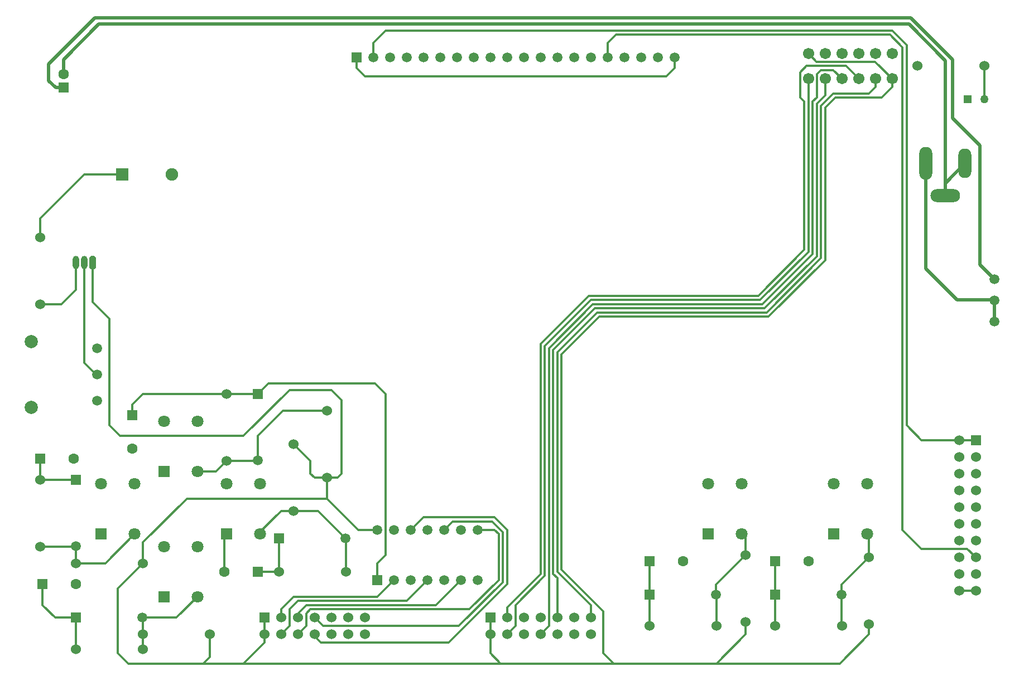
<source format=gbr>
G04 DipTrace 2.4.0.2*
%INTop.gbr*%
%MOIN*%
%ADD13C,0.013*%
%ADD14C,0.02*%
%ADD16R,0.0709X0.0709*%
%ADD17C,0.0709*%
%ADD18C,0.063*%
%ADD19R,0.063X0.063*%
%ADD20C,0.06*%
%ADD21C,0.06*%
%ADD22R,0.0591X0.0591*%
%ADD23C,0.0591*%
%ADD24C,0.05*%
%ADD25R,0.05X0.05*%
%ADD26R,0.06X0.06*%
%ADD27O,0.0394X0.0787*%
%ADD28C,0.067*%
%ADD29O,0.0787X0.1969*%
%ADD30O,0.0787X0.1772*%
%ADD31O,0.1772X0.0787*%
%ADD32C,0.063*%
%ADD33C,0.0787*%
%ADD35R,0.0748X0.0748*%
%ADD36C,0.0748*%
%FSLAX44Y44*%
G04*
G70*
G90*
G75*
G01*
%LNTop*%
%LPD*%
X15000Y3500D2*
D13*
Y2500D1*
Y2000D1*
X13750Y750D1*
X11349D1*
X6875D1*
X6250Y1375D1*
Y5250D1*
X7750Y6750D1*
X28500Y2500D2*
Y3500D1*
X21750Y8750D2*
X20625D1*
X18750Y10625D1*
Y11875D1*
X18000D1*
X17750Y12125D1*
Y12875D1*
X16750Y13875D1*
X18750Y11875D2*
D3*
X28500Y2500D2*
Y1375D1*
X29125Y750D1*
X35875D1*
X42000D1*
X43750Y2500D1*
Y3250D1*
X51125Y3125D2*
Y2500D1*
X49375Y750D1*
X42000D1*
X13750D2*
X29125D1*
X4750Y24750D2*
Y22375D1*
X5750Y21375D1*
Y15000D1*
X6375Y14375D1*
X13750D1*
X16500Y17125D1*
X19000D1*
X19625Y16500D1*
Y12125D1*
X19375Y11875D1*
X18750D1*
X52500Y35740D2*
Y35250D1*
X51875Y34625D1*
X49125D1*
X48500Y34000D1*
Y24875D1*
X45125Y21500D1*
X35000D1*
X32750Y19250D1*
Y6375D1*
X35250Y3875D1*
Y1375D1*
X35875Y750D1*
X47500Y37240D2*
X47990Y36750D1*
X51490D1*
X52500Y35740D1*
X11750Y2500D2*
Y1151D1*
X11349Y750D1*
X7750Y6750D2*
Y8000D1*
X10375Y10625D1*
X18750D1*
X18000Y3500D2*
X18500Y3000D1*
X26625D1*
X29250Y5625D1*
Y8625D1*
X28625Y9250D1*
X26250D1*
X25750Y8750D1*
X38000Y3000D2*
Y4875D1*
Y6875D1*
X43750Y7250D2*
Y8500D1*
X43500D1*
X42000Y3000D2*
Y4851D1*
X41976Y4875D1*
Y5476D1*
X43750Y7250D1*
X1625Y22250D2*
X2875D1*
X3750Y23125D1*
Y24750D1*
X4250D2*
Y18750D1*
X4975Y18025D1*
X5000Y18050D1*
X18000Y2500D2*
Y2375D1*
X18375Y2000D1*
X26000D1*
X29500Y5500D1*
Y8750D1*
X28750Y9500D1*
X24500D1*
X23750Y8750D1*
X45500Y6875D2*
Y4875D1*
Y3000D1*
X49476Y4875D2*
Y3024D1*
X49500Y3000D1*
X49476Y4875D2*
Y5476D1*
X51125Y7125D1*
Y8500D1*
X51000D1*
X35500Y37000D2*
Y37875D1*
X36000Y38375D1*
X52375D1*
X53125Y37625D1*
Y8750D1*
X54250Y7625D1*
X56975D1*
X57500Y7100D1*
X16000Y2500D2*
X16500Y3000D1*
Y4000D1*
X17000Y4500D1*
X23500D1*
X24750Y5750D1*
X1750Y5500D2*
Y4250D1*
X2500Y3500D1*
X3750D1*
Y1625D1*
X7750D2*
Y3476D1*
X7726Y3500D1*
X7750Y1625D2*
Y2500D1*
X7726Y3500D2*
X9750D1*
X11000Y4750D1*
X12625Y6250D2*
Y8500D1*
X12750D1*
X51500Y35740D2*
Y35250D1*
X51101Y34851D1*
X48976D1*
X48250Y34125D1*
Y25000D1*
X45000Y21750D1*
X34875D1*
X32500Y19375D1*
Y6250D1*
X34500Y4250D1*
Y3500D1*
X56500Y5100D2*
X57500D1*
X20500Y37000D2*
Y36375D1*
X21000Y35875D1*
X39000D1*
X39500Y36375D1*
Y37000D1*
X55680Y28740D2*
D14*
Y29488D1*
X56861Y30669D1*
X55680Y29488D2*
Y36820D1*
X53500Y39000D1*
X5125D1*
X3000Y36875D1*
Y36004D1*
X58000Y34500D2*
D13*
Y36500D1*
X17000Y3500D2*
Y3750D1*
X17500Y4250D1*
X25250D1*
X26750Y5750D1*
X1625Y11750D2*
X3750D1*
X1625D2*
Y13000D1*
Y7750D2*
X3726D1*
X3750Y7774D1*
Y6750D1*
X5500D1*
X7250Y8500D1*
X1625Y26250D2*
Y27375D1*
X4250Y30000D1*
X6504D1*
X56500Y14100D2*
X57500D1*
X21500Y37000D2*
Y37875D1*
X22250Y38625D1*
X52500D1*
X53375Y37750D1*
Y15000D1*
X54250Y14125D1*
X56475D1*
X56500Y14100D1*
X58625Y21230D2*
D14*
Y22490D1*
X54499Y30669D2*
Y24376D1*
X56375Y22500D1*
X58615D1*
X58625Y22490D1*
Y23750D2*
X57750Y24625D1*
Y31750D1*
X56125Y33375D1*
Y36875D1*
X53625Y39375D1*
X4875D1*
X2125Y36625D1*
Y35625D1*
X2534Y35216D1*
X3000D1*
X17000Y2500D2*
D13*
X17500Y3000D1*
Y3750D1*
X17750Y4000D1*
X27250D1*
X29000Y5750D1*
Y8500D1*
X28750Y8750D1*
X27750D1*
X14625Y6250D2*
X15875D1*
Y8250D1*
X19875Y6250D2*
Y8226D1*
X19851Y8250D1*
X14750Y8500D2*
X14625D1*
X16000Y9875D1*
X16750D1*
X18226D1*
X19851Y8250D1*
X47500Y35740D2*
Y25375D1*
X44625Y22500D1*
X34500D1*
X31750Y19750D1*
Y6000D1*
X30000Y4250D1*
Y3000D1*
X29500Y2500D1*
X49500Y35740D2*
X48990Y36250D1*
X48250D1*
X48000Y36000D1*
Y34625D1*
X47750Y34375D1*
Y25250D1*
X44750Y22250D1*
X34625D1*
X32000Y19625D1*
Y3000D1*
X31500Y2500D1*
X32500Y3500D2*
Y5875D1*
X32250Y6125D1*
Y19500D1*
X34750Y22000D1*
X44875D1*
X48000Y25125D1*
Y34250D1*
X48500Y34750D1*
Y35740D1*
X50500D2*
X49740Y36500D1*
X47375D1*
X47000Y36125D1*
Y34625D1*
X47250Y34375D1*
Y25500D1*
X44500Y22750D1*
X34375D1*
X31500Y19875D1*
Y6125D1*
X29500Y4125D1*
Y3500D1*
X16000D2*
Y4000D1*
X16750Y4750D1*
X21750D1*
X22750Y5750D1*
X12750Y16875D2*
X14625D1*
X15250Y17500D1*
X21625D1*
X22250Y16875D1*
Y7250D1*
X21750Y6750D1*
Y5750D1*
X7125Y15625D2*
Y16250D1*
X7750Y16875D1*
X12750D1*
X11000Y12250D2*
X12125D1*
X12750Y12875D1*
X14601D1*
X14625Y12899D1*
Y14375D1*
X16125Y15875D1*
X18750D1*
D16*
X9000Y4750D3*
D17*
X11000D3*
Y7750D3*
X9000D3*
D16*
X5250Y8500D3*
D17*
X7250D3*
Y11500D3*
X5250D3*
D18*
X3625Y13000D3*
D19*
X1625D3*
D20*
X7750Y6750D3*
D21*
X3750D3*
D22*
X21750Y5750D3*
D23*
X22750D3*
X23750D3*
X24750D3*
X25750D3*
X26750D3*
X27750D3*
Y8750D3*
X26750D3*
X25750D3*
X24750D3*
X23750D3*
X22750D3*
X21750D3*
D18*
X3750Y5500D3*
D19*
X1750D3*
D20*
X11750Y2500D3*
D21*
X7750D3*
D20*
X3750Y1625D3*
D21*
X7750D3*
D22*
X3750Y3500D3*
D23*
X7726D3*
D20*
X1625Y11750D3*
D21*
Y7750D3*
D22*
X3750Y11750D3*
D23*
Y7774D3*
D16*
X12750Y8500D3*
D17*
X14750D3*
Y11500D3*
X12750D3*
D18*
X12625Y6250D3*
D19*
X14625D3*
D20*
X16750Y13875D3*
D21*
Y9875D3*
D20*
X15875Y6250D3*
D21*
X19875D3*
D22*
X15875Y8250D3*
D23*
X19851D3*
D16*
X41500Y8500D3*
D17*
X43500D3*
Y11500D3*
X41500D3*
D18*
X40000Y6875D3*
D19*
X38000D3*
D20*
X43750Y3250D3*
D21*
Y7250D3*
D20*
X38000Y3000D3*
D21*
X42000D3*
D22*
X38000Y4875D3*
D23*
X41976D3*
D16*
X9000Y12250D3*
D17*
X11000D3*
Y15250D3*
X9000D3*
D18*
X7125Y13625D3*
D19*
Y15625D3*
D20*
X18750Y11875D3*
D21*
Y15875D3*
D20*
X12750Y16875D3*
D21*
Y12875D3*
D22*
X14625Y16875D3*
D23*
Y12899D3*
D16*
X49000Y8500D3*
D17*
X51000D3*
Y11500D3*
X49000D3*
D18*
X47500Y6875D3*
D19*
X45500D3*
D20*
X51125Y3125D3*
D21*
Y7125D3*
D20*
X45500Y3000D3*
D21*
X49500D3*
D22*
X45500Y4875D3*
D23*
X49476D3*
D24*
X58000Y34500D3*
D25*
X57000D3*
D20*
X58000Y36500D3*
D21*
X54000D3*
D22*
X20500Y37000D3*
D23*
X21500D3*
X22500D3*
X23500D3*
X24500D3*
X25500D3*
X26500D3*
X27500D3*
X28500D3*
X29500D3*
X30500D3*
X31500D3*
X32500D3*
X33500D3*
X34500D3*
X35500D3*
X36500D3*
X37500D3*
X38500D3*
X39500D3*
D26*
X57500Y14100D3*
D20*
Y13100D3*
Y12100D3*
Y11100D3*
Y10100D3*
Y9100D3*
Y8100D3*
Y7100D3*
Y6100D3*
Y5100D3*
X56500D3*
Y6100D3*
Y7100D3*
Y8100D3*
Y9100D3*
Y10100D3*
Y11100D3*
Y12100D3*
Y13100D3*
Y14100D3*
D26*
X15000Y3500D3*
D20*
X16000D3*
X17000D3*
X18000D3*
X19000D3*
X20000D3*
X21000D3*
Y2500D3*
X20000D3*
X19000D3*
X18000D3*
X17000D3*
X16000D3*
X15000D3*
D26*
X28500Y3500D3*
D20*
X29500D3*
X30500D3*
X31500D3*
X32500D3*
X33500D3*
X34500D3*
Y2500D3*
X33500D3*
X32500D3*
X31500D3*
X30500D3*
X29500D3*
X28500D3*
G36*
X4947Y25045D2*
X4848Y25144D1*
X4652D1*
X4553Y25045D1*
Y24455D1*
X4652Y24356D1*
X4848D1*
X4947Y24455D1*
Y25045D1*
G37*
D27*
X4250Y24750D3*
X3750D3*
D20*
X1625Y22250D3*
D21*
Y26250D3*
D28*
X52500Y37240D3*
X51500D3*
X50500D3*
X49500D3*
X48500D3*
X47500D3*
X52500Y35740D3*
X51500D3*
X50500D3*
X49500D3*
X48500D3*
X47500D3*
D29*
X54499Y30669D3*
D30*
X56861D3*
D31*
X55680Y28740D3*
D19*
X3000Y35216D3*
D32*
Y36004D3*
D23*
X58625Y23750D3*
Y22490D3*
Y21230D3*
X5000Y19625D3*
Y18050D3*
Y16475D3*
D33*
X1063Y20019D3*
Y16082D3*
D35*
X6504Y30000D3*
D36*
X9496D3*
M02*

</source>
